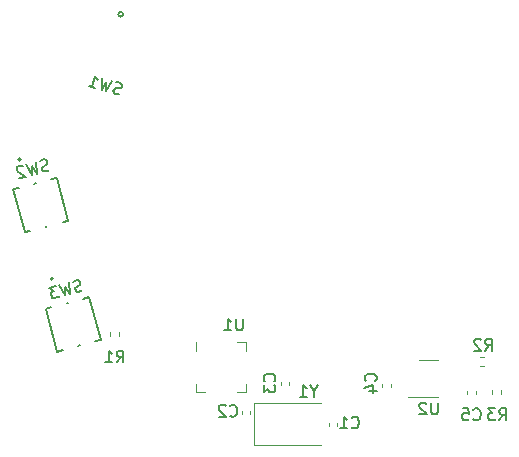
<source format=gbr>
%TF.GenerationSoftware,KiCad,Pcbnew,(7.0.0)*%
%TF.CreationDate,2023-05-27T11:40:30+01:00*%
%TF.ProjectId,right,72696768-742e-46b6-9963-61645f706362,rev?*%
%TF.SameCoordinates,Original*%
%TF.FileFunction,Legend,Bot*%
%TF.FilePolarity,Positive*%
%FSLAX46Y46*%
G04 Gerber Fmt 4.6, Leading zero omitted, Abs format (unit mm)*
G04 Created by KiCad (PCBNEW (7.0.0)) date 2023-05-27 11:40:30*
%MOMM*%
%LPD*%
G01*
G04 APERTURE LIST*
%ADD10C,0.150000*%
%ADD11C,0.152400*%
%ADD12C,0.120000*%
G04 APERTURE END LIST*
D10*
%TO.C,SW3*%
X32170661Y-85363774D02*
X32044996Y-85446744D01*
X32044996Y-85446744D02*
X31815014Y-85508368D01*
X31815014Y-85508368D02*
X31710696Y-85487021D01*
X31710696Y-85487021D02*
X31652375Y-85453349D01*
X31652375Y-85453349D02*
X31581729Y-85373681D01*
X31581729Y-85373681D02*
X31557079Y-85281688D01*
X31557079Y-85281688D02*
X31578426Y-85177370D01*
X31578426Y-85177370D02*
X31612098Y-85119049D01*
X31612098Y-85119049D02*
X31691766Y-85048403D01*
X31691766Y-85048403D02*
X31863428Y-84953108D01*
X31863428Y-84953108D02*
X31943096Y-84882462D01*
X31943096Y-84882462D02*
X31976768Y-84824141D01*
X31976768Y-84824141D02*
X31998115Y-84719823D01*
X31998115Y-84719823D02*
X31973465Y-84627830D01*
X31973465Y-84627830D02*
X31902819Y-84548162D01*
X31902819Y-84548162D02*
X31844498Y-84514490D01*
X31844498Y-84514490D02*
X31740180Y-84493143D01*
X31740180Y-84493143D02*
X31510198Y-84554767D01*
X31510198Y-84554767D02*
X31384533Y-84637738D01*
X31050233Y-84678014D02*
X31079070Y-85705564D01*
X31079070Y-85705564D02*
X30710213Y-85064915D01*
X30710213Y-85064915D02*
X30711098Y-85804161D01*
X30711098Y-85804161D02*
X30222297Y-84899859D01*
X29946318Y-84973807D02*
X29348364Y-85134029D01*
X29348364Y-85134029D02*
X29768937Y-85415727D01*
X29768937Y-85415727D02*
X29630948Y-85452701D01*
X29630948Y-85452701D02*
X29551280Y-85523347D01*
X29551280Y-85523347D02*
X29517608Y-85581669D01*
X29517608Y-85581669D02*
X29496261Y-85685986D01*
X29496261Y-85685986D02*
X29557884Y-85915969D01*
X29557884Y-85915969D02*
X29628530Y-85995637D01*
X29628530Y-85995637D02*
X29686851Y-86029309D01*
X29686851Y-86029309D02*
X29791169Y-86050656D01*
X29791169Y-86050656D02*
X30067148Y-85976707D01*
X30067148Y-85976707D02*
X30146816Y-85906061D01*
X30146816Y-85906061D02*
X30180488Y-85847740D01*
%TO.C,C5*%
X65266666Y-96272142D02*
X65314285Y-96319761D01*
X65314285Y-96319761D02*
X65457142Y-96367380D01*
X65457142Y-96367380D02*
X65552380Y-96367380D01*
X65552380Y-96367380D02*
X65695237Y-96319761D01*
X65695237Y-96319761D02*
X65790475Y-96224523D01*
X65790475Y-96224523D02*
X65838094Y-96129285D01*
X65838094Y-96129285D02*
X65885713Y-95938809D01*
X65885713Y-95938809D02*
X65885713Y-95795952D01*
X65885713Y-95795952D02*
X65838094Y-95605476D01*
X65838094Y-95605476D02*
X65790475Y-95510238D01*
X65790475Y-95510238D02*
X65695237Y-95415000D01*
X65695237Y-95415000D02*
X65552380Y-95367380D01*
X65552380Y-95367380D02*
X65457142Y-95367380D01*
X65457142Y-95367380D02*
X65314285Y-95415000D01*
X65314285Y-95415000D02*
X65266666Y-95462619D01*
X64361904Y-95367380D02*
X64838094Y-95367380D01*
X64838094Y-95367380D02*
X64885713Y-95843571D01*
X64885713Y-95843571D02*
X64838094Y-95795952D01*
X64838094Y-95795952D02*
X64742856Y-95748333D01*
X64742856Y-95748333D02*
X64504761Y-95748333D01*
X64504761Y-95748333D02*
X64409523Y-95795952D01*
X64409523Y-95795952D02*
X64361904Y-95843571D01*
X64361904Y-95843571D02*
X64314285Y-95938809D01*
X64314285Y-95938809D02*
X64314285Y-96176904D01*
X64314285Y-96176904D02*
X64361904Y-96272142D01*
X64361904Y-96272142D02*
X64409523Y-96319761D01*
X64409523Y-96319761D02*
X64504761Y-96367380D01*
X64504761Y-96367380D02*
X64742856Y-96367380D01*
X64742856Y-96367380D02*
X64838094Y-96319761D01*
X64838094Y-96319761D02*
X64885713Y-96272142D01*
%TO.C,C4*%
X56972142Y-93033333D02*
X57019761Y-92985714D01*
X57019761Y-92985714D02*
X57067380Y-92842857D01*
X57067380Y-92842857D02*
X57067380Y-92747619D01*
X57067380Y-92747619D02*
X57019761Y-92604762D01*
X57019761Y-92604762D02*
X56924523Y-92509524D01*
X56924523Y-92509524D02*
X56829285Y-92461905D01*
X56829285Y-92461905D02*
X56638809Y-92414286D01*
X56638809Y-92414286D02*
X56495952Y-92414286D01*
X56495952Y-92414286D02*
X56305476Y-92461905D01*
X56305476Y-92461905D02*
X56210238Y-92509524D01*
X56210238Y-92509524D02*
X56115000Y-92604762D01*
X56115000Y-92604762D02*
X56067380Y-92747619D01*
X56067380Y-92747619D02*
X56067380Y-92842857D01*
X56067380Y-92842857D02*
X56115000Y-92985714D01*
X56115000Y-92985714D02*
X56162619Y-93033333D01*
X56400714Y-93890476D02*
X57067380Y-93890476D01*
X56019761Y-93652381D02*
X56734047Y-93414286D01*
X56734047Y-93414286D02*
X56734047Y-94033333D01*
%TO.C,U2*%
X62261904Y-94867380D02*
X62261904Y-95676904D01*
X62261904Y-95676904D02*
X62214285Y-95772142D01*
X62214285Y-95772142D02*
X62166666Y-95819761D01*
X62166666Y-95819761D02*
X62071428Y-95867380D01*
X62071428Y-95867380D02*
X61880952Y-95867380D01*
X61880952Y-95867380D02*
X61785714Y-95819761D01*
X61785714Y-95819761D02*
X61738095Y-95772142D01*
X61738095Y-95772142D02*
X61690476Y-95676904D01*
X61690476Y-95676904D02*
X61690476Y-94867380D01*
X61261904Y-94962619D02*
X61214285Y-94915000D01*
X61214285Y-94915000D02*
X61119047Y-94867380D01*
X61119047Y-94867380D02*
X60880952Y-94867380D01*
X60880952Y-94867380D02*
X60785714Y-94915000D01*
X60785714Y-94915000D02*
X60738095Y-94962619D01*
X60738095Y-94962619D02*
X60690476Y-95057857D01*
X60690476Y-95057857D02*
X60690476Y-95153095D01*
X60690476Y-95153095D02*
X60738095Y-95295952D01*
X60738095Y-95295952D02*
X61309523Y-95867380D01*
X61309523Y-95867380D02*
X60690476Y-95867380D01*
%TO.C,C3*%
X48412142Y-93065833D02*
X48459761Y-93018214D01*
X48459761Y-93018214D02*
X48507380Y-92875357D01*
X48507380Y-92875357D02*
X48507380Y-92780119D01*
X48507380Y-92780119D02*
X48459761Y-92637262D01*
X48459761Y-92637262D02*
X48364523Y-92542024D01*
X48364523Y-92542024D02*
X48269285Y-92494405D01*
X48269285Y-92494405D02*
X48078809Y-92446786D01*
X48078809Y-92446786D02*
X47935952Y-92446786D01*
X47935952Y-92446786D02*
X47745476Y-92494405D01*
X47745476Y-92494405D02*
X47650238Y-92542024D01*
X47650238Y-92542024D02*
X47555000Y-92637262D01*
X47555000Y-92637262D02*
X47507380Y-92780119D01*
X47507380Y-92780119D02*
X47507380Y-92875357D01*
X47507380Y-92875357D02*
X47555000Y-93018214D01*
X47555000Y-93018214D02*
X47602619Y-93065833D01*
X47507380Y-93399167D02*
X47507380Y-94018214D01*
X47507380Y-94018214D02*
X47888333Y-93684881D01*
X47888333Y-93684881D02*
X47888333Y-93827738D01*
X47888333Y-93827738D02*
X47935952Y-93922976D01*
X47935952Y-93922976D02*
X47983571Y-93970595D01*
X47983571Y-93970595D02*
X48078809Y-94018214D01*
X48078809Y-94018214D02*
X48316904Y-94018214D01*
X48316904Y-94018214D02*
X48412142Y-93970595D01*
X48412142Y-93970595D02*
X48459761Y-93922976D01*
X48459761Y-93922976D02*
X48507380Y-93827738D01*
X48507380Y-93827738D02*
X48507380Y-93542024D01*
X48507380Y-93542024D02*
X48459761Y-93446786D01*
X48459761Y-93446786D02*
X48412142Y-93399167D01*
%TO.C,SW2*%
X29370661Y-75163774D02*
X29244996Y-75246744D01*
X29244996Y-75246744D02*
X29015014Y-75308368D01*
X29015014Y-75308368D02*
X28910696Y-75287021D01*
X28910696Y-75287021D02*
X28852375Y-75253349D01*
X28852375Y-75253349D02*
X28781729Y-75173681D01*
X28781729Y-75173681D02*
X28757079Y-75081688D01*
X28757079Y-75081688D02*
X28778426Y-74977370D01*
X28778426Y-74977370D02*
X28812098Y-74919049D01*
X28812098Y-74919049D02*
X28891766Y-74848403D01*
X28891766Y-74848403D02*
X29063428Y-74753108D01*
X29063428Y-74753108D02*
X29143096Y-74682462D01*
X29143096Y-74682462D02*
X29176768Y-74624141D01*
X29176768Y-74624141D02*
X29198115Y-74519823D01*
X29198115Y-74519823D02*
X29173465Y-74427830D01*
X29173465Y-74427830D02*
X29102819Y-74348162D01*
X29102819Y-74348162D02*
X29044498Y-74314490D01*
X29044498Y-74314490D02*
X28940180Y-74293143D01*
X28940180Y-74293143D02*
X28710198Y-74354767D01*
X28710198Y-74354767D02*
X28584533Y-74437738D01*
X28250233Y-74478014D02*
X28279070Y-75505564D01*
X28279070Y-75505564D02*
X27910213Y-74864915D01*
X27910213Y-74864915D02*
X27911098Y-75604161D01*
X27911098Y-75604161D02*
X27422297Y-74699859D01*
X27124971Y-74878125D02*
X27066650Y-74844453D01*
X27066650Y-74844453D02*
X26962332Y-74823106D01*
X26962332Y-74823106D02*
X26732350Y-74884730D01*
X26732350Y-74884730D02*
X26652682Y-74955376D01*
X26652682Y-74955376D02*
X26619010Y-75013697D01*
X26619010Y-75013697D02*
X26597663Y-75118014D01*
X26597663Y-75118014D02*
X26622312Y-75210007D01*
X26622312Y-75210007D02*
X26705283Y-75335672D01*
X26705283Y-75335672D02*
X27405137Y-75739733D01*
X27405137Y-75739733D02*
X26807183Y-75899954D01*
%TO.C,U1*%
X45761904Y-87767380D02*
X45761904Y-88576904D01*
X45761904Y-88576904D02*
X45714285Y-88672142D01*
X45714285Y-88672142D02*
X45666666Y-88719761D01*
X45666666Y-88719761D02*
X45571428Y-88767380D01*
X45571428Y-88767380D02*
X45380952Y-88767380D01*
X45380952Y-88767380D02*
X45285714Y-88719761D01*
X45285714Y-88719761D02*
X45238095Y-88672142D01*
X45238095Y-88672142D02*
X45190476Y-88576904D01*
X45190476Y-88576904D02*
X45190476Y-87767380D01*
X44190476Y-88767380D02*
X44761904Y-88767380D01*
X44476190Y-88767380D02*
X44476190Y-87767380D01*
X44476190Y-87767380D02*
X44571428Y-87910238D01*
X44571428Y-87910238D02*
X44666666Y-88005476D01*
X44666666Y-88005476D02*
X44761904Y-88053095D01*
%TO.C,SW1*%
X35294836Y-68772813D02*
X35144399Y-68779475D01*
X35144399Y-68779475D02*
X34915411Y-68714251D01*
X34915411Y-68714251D02*
X34836861Y-68642364D01*
X34836861Y-68642364D02*
X34804109Y-68583522D01*
X34804109Y-68583522D02*
X34784401Y-68478882D01*
X34784401Y-68478882D02*
X34810491Y-68387287D01*
X34810491Y-68387287D02*
X34882378Y-68308737D01*
X34882378Y-68308737D02*
X34941220Y-68275984D01*
X34941220Y-68275984D02*
X35045860Y-68256277D01*
X35045860Y-68256277D02*
X35242095Y-68262659D01*
X35242095Y-68262659D02*
X35346735Y-68242951D01*
X35346735Y-68242951D02*
X35405577Y-68210199D01*
X35405577Y-68210199D02*
X35477464Y-68131649D01*
X35477464Y-68131649D02*
X35503554Y-68040054D01*
X35503554Y-68040054D02*
X35483846Y-67935414D01*
X35483846Y-67935414D02*
X35451094Y-67876572D01*
X35451094Y-67876572D02*
X35372544Y-67804685D01*
X35372544Y-67804685D02*
X35143556Y-67739460D01*
X35143556Y-67739460D02*
X34993119Y-67746123D01*
X34685582Y-67609011D02*
X34182652Y-68505533D01*
X34182652Y-68505533D02*
X34195136Y-67766392D01*
X34195136Y-67766392D02*
X33816273Y-68401174D01*
X33816273Y-68401174D02*
X33861228Y-67374204D01*
X32717135Y-68088097D02*
X33266704Y-68244636D01*
X32991919Y-68166366D02*
X33265862Y-67204620D01*
X33265862Y-67204620D02*
X33318322Y-67368102D01*
X33318322Y-67368102D02*
X33383827Y-67485787D01*
X33383827Y-67485787D02*
X33462377Y-67557674D01*
%TO.C,R2*%
X66266666Y-90467380D02*
X66599999Y-89991190D01*
X66838094Y-90467380D02*
X66838094Y-89467380D01*
X66838094Y-89467380D02*
X66457142Y-89467380D01*
X66457142Y-89467380D02*
X66361904Y-89515000D01*
X66361904Y-89515000D02*
X66314285Y-89562619D01*
X66314285Y-89562619D02*
X66266666Y-89657857D01*
X66266666Y-89657857D02*
X66266666Y-89800714D01*
X66266666Y-89800714D02*
X66314285Y-89895952D01*
X66314285Y-89895952D02*
X66361904Y-89943571D01*
X66361904Y-89943571D02*
X66457142Y-89991190D01*
X66457142Y-89991190D02*
X66838094Y-89991190D01*
X65885713Y-89562619D02*
X65838094Y-89515000D01*
X65838094Y-89515000D02*
X65742856Y-89467380D01*
X65742856Y-89467380D02*
X65504761Y-89467380D01*
X65504761Y-89467380D02*
X65409523Y-89515000D01*
X65409523Y-89515000D02*
X65361904Y-89562619D01*
X65361904Y-89562619D02*
X65314285Y-89657857D01*
X65314285Y-89657857D02*
X65314285Y-89753095D01*
X65314285Y-89753095D02*
X65361904Y-89895952D01*
X65361904Y-89895952D02*
X65933332Y-90467380D01*
X65933332Y-90467380D02*
X65314285Y-90467380D01*
%TO.C,R1*%
X35066666Y-91467380D02*
X35399999Y-90991190D01*
X35638094Y-91467380D02*
X35638094Y-90467380D01*
X35638094Y-90467380D02*
X35257142Y-90467380D01*
X35257142Y-90467380D02*
X35161904Y-90515000D01*
X35161904Y-90515000D02*
X35114285Y-90562619D01*
X35114285Y-90562619D02*
X35066666Y-90657857D01*
X35066666Y-90657857D02*
X35066666Y-90800714D01*
X35066666Y-90800714D02*
X35114285Y-90895952D01*
X35114285Y-90895952D02*
X35161904Y-90943571D01*
X35161904Y-90943571D02*
X35257142Y-90991190D01*
X35257142Y-90991190D02*
X35638094Y-90991190D01*
X34114285Y-91467380D02*
X34685713Y-91467380D01*
X34399999Y-91467380D02*
X34399999Y-90467380D01*
X34399999Y-90467380D02*
X34495237Y-90610238D01*
X34495237Y-90610238D02*
X34590475Y-90705476D01*
X34590475Y-90705476D02*
X34685713Y-90753095D01*
%TO.C,C1*%
X54966666Y-96972142D02*
X55014285Y-97019761D01*
X55014285Y-97019761D02*
X55157142Y-97067380D01*
X55157142Y-97067380D02*
X55252380Y-97067380D01*
X55252380Y-97067380D02*
X55395237Y-97019761D01*
X55395237Y-97019761D02*
X55490475Y-96924523D01*
X55490475Y-96924523D02*
X55538094Y-96829285D01*
X55538094Y-96829285D02*
X55585713Y-96638809D01*
X55585713Y-96638809D02*
X55585713Y-96495952D01*
X55585713Y-96495952D02*
X55538094Y-96305476D01*
X55538094Y-96305476D02*
X55490475Y-96210238D01*
X55490475Y-96210238D02*
X55395237Y-96115000D01*
X55395237Y-96115000D02*
X55252380Y-96067380D01*
X55252380Y-96067380D02*
X55157142Y-96067380D01*
X55157142Y-96067380D02*
X55014285Y-96115000D01*
X55014285Y-96115000D02*
X54966666Y-96162619D01*
X54014285Y-97067380D02*
X54585713Y-97067380D01*
X54299999Y-97067380D02*
X54299999Y-96067380D01*
X54299999Y-96067380D02*
X54395237Y-96210238D01*
X54395237Y-96210238D02*
X54490475Y-96305476D01*
X54490475Y-96305476D02*
X54585713Y-96353095D01*
%TO.C,R3*%
X67466666Y-96367380D02*
X67799999Y-95891190D01*
X68038094Y-96367380D02*
X68038094Y-95367380D01*
X68038094Y-95367380D02*
X67657142Y-95367380D01*
X67657142Y-95367380D02*
X67561904Y-95415000D01*
X67561904Y-95415000D02*
X67514285Y-95462619D01*
X67514285Y-95462619D02*
X67466666Y-95557857D01*
X67466666Y-95557857D02*
X67466666Y-95700714D01*
X67466666Y-95700714D02*
X67514285Y-95795952D01*
X67514285Y-95795952D02*
X67561904Y-95843571D01*
X67561904Y-95843571D02*
X67657142Y-95891190D01*
X67657142Y-95891190D02*
X68038094Y-95891190D01*
X67133332Y-95367380D02*
X66514285Y-95367380D01*
X66514285Y-95367380D02*
X66847618Y-95748333D01*
X66847618Y-95748333D02*
X66704761Y-95748333D01*
X66704761Y-95748333D02*
X66609523Y-95795952D01*
X66609523Y-95795952D02*
X66561904Y-95843571D01*
X66561904Y-95843571D02*
X66514285Y-95938809D01*
X66514285Y-95938809D02*
X66514285Y-96176904D01*
X66514285Y-96176904D02*
X66561904Y-96272142D01*
X66561904Y-96272142D02*
X66609523Y-96319761D01*
X66609523Y-96319761D02*
X66704761Y-96367380D01*
X66704761Y-96367380D02*
X66990475Y-96367380D01*
X66990475Y-96367380D02*
X67085713Y-96319761D01*
X67085713Y-96319761D02*
X67133332Y-96272142D01*
%TO.C,Y1*%
X51776190Y-93891190D02*
X51776190Y-94367380D01*
X52109523Y-93367380D02*
X51776190Y-93891190D01*
X51776190Y-93891190D02*
X51442857Y-93367380D01*
X50585714Y-94367380D02*
X51157142Y-94367380D01*
X50871428Y-94367380D02*
X50871428Y-93367380D01*
X50871428Y-93367380D02*
X50966666Y-93510238D01*
X50966666Y-93510238D02*
X51061904Y-93605476D01*
X51061904Y-93605476D02*
X51157142Y-93653095D01*
%TO.C,C2*%
X44666666Y-95972142D02*
X44714285Y-96019761D01*
X44714285Y-96019761D02*
X44857142Y-96067380D01*
X44857142Y-96067380D02*
X44952380Y-96067380D01*
X44952380Y-96067380D02*
X45095237Y-96019761D01*
X45095237Y-96019761D02*
X45190475Y-95924523D01*
X45190475Y-95924523D02*
X45238094Y-95829285D01*
X45238094Y-95829285D02*
X45285713Y-95638809D01*
X45285713Y-95638809D02*
X45285713Y-95495952D01*
X45285713Y-95495952D02*
X45238094Y-95305476D01*
X45238094Y-95305476D02*
X45190475Y-95210238D01*
X45190475Y-95210238D02*
X45095237Y-95115000D01*
X45095237Y-95115000D02*
X44952380Y-95067380D01*
X44952380Y-95067380D02*
X44857142Y-95067380D01*
X44857142Y-95067380D02*
X44714285Y-95115000D01*
X44714285Y-95115000D02*
X44666666Y-95162619D01*
X44285713Y-95162619D02*
X44238094Y-95115000D01*
X44238094Y-95115000D02*
X44142856Y-95067380D01*
X44142856Y-95067380D02*
X43904761Y-95067380D01*
X43904761Y-95067380D02*
X43809523Y-95115000D01*
X43809523Y-95115000D02*
X43761904Y-95162619D01*
X43761904Y-95162619D02*
X43714285Y-95257857D01*
X43714285Y-95257857D02*
X43714285Y-95353095D01*
X43714285Y-95353095D02*
X43761904Y-95495952D01*
X43761904Y-95495952D02*
X44333332Y-96067380D01*
X44333332Y-96067380D02*
X43714285Y-96067380D01*
D11*
%TO.C,SW3*%
X32739421Y-85934378D02*
X33712374Y-89565486D01*
X32254470Y-86064320D02*
X32739421Y-85934378D01*
X30824898Y-86447373D02*
X30973768Y-86407483D01*
X29059244Y-86920478D02*
X29544196Y-86790536D01*
X33712374Y-89565486D02*
X33227422Y-89695428D01*
X31946720Y-90038591D02*
X31797850Y-90078481D01*
X30517148Y-90421644D02*
X30032197Y-90551586D01*
X30032197Y-90551586D02*
X29059244Y-86920478D01*
X29689440Y-84392012D02*
G75*
G03*
X29689440Y-84392012I-101600J0D01*
G01*
D12*
%TO.C,C5*%
X65460000Y-93884165D02*
X65460000Y-94115835D01*
X64740000Y-93884165D02*
X64740000Y-94115835D01*
%TO.C,C4*%
X57540000Y-93515835D02*
X57540000Y-93284165D01*
X58260000Y-93515835D02*
X58260000Y-93284165D01*
%TO.C,U2*%
X61500000Y-91240000D02*
X60700000Y-91240000D01*
X61500000Y-91240000D02*
X62300000Y-91240000D01*
X61500000Y-94360000D02*
X59700000Y-94360000D01*
X61500000Y-94360000D02*
X62300000Y-94360000D01*
%TO.C,C3*%
X49660000Y-93116665D02*
X49660000Y-93348335D01*
X48940000Y-93116665D02*
X48940000Y-93348335D01*
D11*
%TO.C,SW2*%
X29990769Y-75835620D02*
X30963722Y-79466728D01*
X29505818Y-75965562D02*
X29990769Y-75835620D01*
X28076246Y-76348615D02*
X28225116Y-76308725D01*
X26310592Y-76821720D02*
X26795544Y-76691778D01*
X30963722Y-79466728D02*
X30478770Y-79596670D01*
X29198068Y-79939833D02*
X29049198Y-79979723D01*
X27768496Y-80322886D02*
X27283545Y-80452828D01*
X27283545Y-80452828D02*
X26310592Y-76821720D01*
X26940788Y-74293254D02*
G75*
G03*
X26940788Y-74293254I-101600J0D01*
G01*
D12*
%TO.C,U1*%
X46010000Y-89765000D02*
X45285000Y-89765000D01*
X46010000Y-90490000D02*
X46010000Y-89765000D01*
X41790000Y-90490000D02*
X41790000Y-89765000D01*
X46010000Y-93260000D02*
X46010000Y-93985000D01*
X41790000Y-93260000D02*
X41790000Y-93985000D01*
X46010000Y-93985000D02*
X45285000Y-93985000D01*
X41790000Y-93985000D02*
X42515000Y-93985000D01*
D10*
%TO.C,SW1*%
X35604435Y-61999026D02*
G75*
G03*
X35604435Y-61999026I-200001J0D01*
G01*
D12*
%TO.C,R2*%
X65832379Y-91020000D02*
X66167621Y-91020000D01*
X65832379Y-91780000D02*
X66167621Y-91780000D01*
%TO.C,R1*%
X35280000Y-88932379D02*
X35280000Y-89267621D01*
X34520000Y-88932379D02*
X34520000Y-89267621D01*
%TO.C,C1*%
X53760000Y-96584165D02*
X53760000Y-96815835D01*
X53040000Y-96584165D02*
X53040000Y-96815835D01*
%TO.C,R3*%
X67580000Y-93832379D02*
X67580000Y-94167621D01*
X66820000Y-93832379D02*
X66820000Y-94167621D01*
%TO.C,Y1*%
X46650000Y-94900000D02*
X52400000Y-94900000D01*
X46650000Y-98500000D02*
X46650000Y-94900000D01*
X52400000Y-98500000D02*
X46650000Y-98500000D01*
%TO.C,C2*%
X46360000Y-95584165D02*
X46360000Y-95815835D01*
X45640000Y-95584165D02*
X45640000Y-95815835D01*
%TD*%
M02*

</source>
